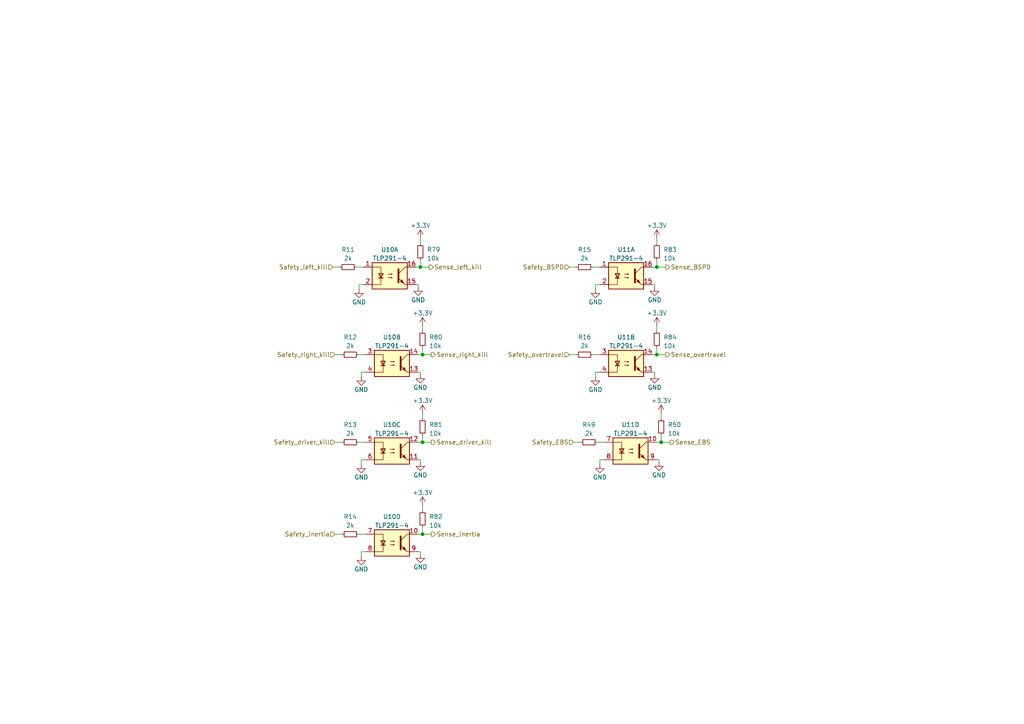
<source format=kicad_sch>
(kicad_sch (version 20230121) (generator eeschema)
  (paper "A4")
  (title_block (title "Safety sense") (date "2023-03-11") (rev "${REVISION}") (company "Author: Szymon Kostrubiec") (comment 1 "Reviewer:"))
  (lib_symbols
    (symbol "Device:R_Small" (pin_numbers hide) (pin_names (offset 0.254) hide)
      (property "Reference" "R" (at 0.762 0.508 0))
      (property "Value" "R_Small" (at 0.762 -1.016 0))
      (symbol "R_Small_0_1"
        (rectangle (start -0.762 1.778) (end 0.762 -1.778) (stroke (width 0.2032)))
      )
      (symbol "R_Small_1_1"
        (pin passive line (at 0 2.54 270) (length 0.762) (name "~") (number "1"))
        (pin passive line (at 0 -2.54 90) (length 0.762) (name "~") (number "2"))
      )
    )
    (symbol "Isolator:TLP291-4"
      (property "Reference" "U" (at -5.08 5.08 0))
      (property "Value" "TLP291-4" (at 0 5.08 0))
      (symbol "TLP291-4_0_1"
        (rectangle (start -5.08 3.81) (end 5.08 -3.81) (stroke (width 0.254)) (fill (type background)))
        (polyline (pts (xy -3.175 -0.635) (xy -1.905 -0.635)) (stroke (width 0.254)))
        (polyline (pts (xy 2.54 0.635) (xy 4.445 2.54)))
        (polyline (pts (xy 4.445 -2.54) (xy 2.54 -0.635)) (fill (type outline)))
        (polyline (pts (xy 4.445 -2.54) (xy 5.08 -2.54)))
        (polyline (pts (xy 4.445 2.54) (xy 5.08 2.54)))
        (polyline (pts (xy -5.08 2.54) (xy -2.54 2.54) (xy -2.54 0.635)))
        (polyline (pts (xy -2.54 0.635) (xy -2.54 -2.54) (xy -5.08 -2.54)))
        (polyline (pts (xy 2.54 1.905) (xy 2.54 -1.905) (xy 2.54 -1.905)) (stroke (width 0.508)))
        (polyline (pts (xy -2.54 -0.635) (xy -3.175 0.635) (xy -1.905 0.635) (xy -2.54 -0.635)) (stroke (width 0.254)))
        (polyline (pts (xy -0.508 -0.508) (xy 0.762 -0.508) (xy 0.381 -0.635) (xy 0.381 -0.381) (xy 0.762 -0.508)))
        (polyline (pts (xy -0.508 0.508) (xy 0.762 0.508) (xy 0.381 0.381) (xy 0.381 0.635) (xy 0.762 0.508)))
        (polyline (pts (xy 3.048 -1.651) (xy 3.556 -1.143) (xy 4.064 -2.159) (xy 3.048 -1.651) (xy 3.048 -1.651)) (fill (type outline)))
      )
      (symbol "TLP291-4_1_1"
        (pin passive line (at -7.62 2.54 0) (length 2.54) (name "~") (number "1"))
        (pin passive line (at 7.62 -2.54 180) (length 2.54) (name "~") (number "15"))
        (pin passive line (at 7.62 2.54 180) (length 2.54) (name "~") (number "16"))
        (pin passive line (at -7.62 -2.54 0) (length 2.54) (name "~") (number "2"))
      )
      (symbol "TLP291-4_2_1"
        (pin passive line (at 7.62 -2.54 180) (length 2.54) (name "~") (number "13"))
        (pin passive line (at 7.62 2.54 180) (length 2.54) (name "~") (number "14"))
        (pin passive line (at -7.62 2.54 0) (length 2.54) (name "~") (number "3"))
        (pin passive line (at -7.62 -2.54 0) (length 2.54) (name "~") (number "4"))
      )
      (symbol "TLP291-4_3_1"
        (pin passive line (at 7.62 -2.54 180) (length 2.54) (name "~") (number "11"))
        (pin passive line (at 7.62 2.54 180) (length 2.54) (name "~") (number "12"))
        (pin passive line (at -7.62 2.54 0) (length 2.54) (name "~") (number "5"))
        (pin passive line (at -7.62 -2.54 0) (length 2.54) (name "~") (number "6"))
      )
      (symbol "TLP291-4_4_1"
        (pin passive line (at 7.62 2.54 180) (length 2.54) (name "~") (number "10"))
        (pin passive line (at -7.62 2.54 0) (length 2.54) (name "~") (number "7"))
        (pin passive line (at -7.62 -2.54 0) (length 2.54) (name "~") (number "8"))
        (pin passive line (at 7.62 -2.54 180) (length 2.54) (name "~") (number "9"))
      )
    )
    (symbol "power:+3.3V" (power) (pin_names (offset 0))
      (property "Value" "+3.3V" (at 0 3.556 0))
      (symbol "+3.3V_0_1"
        (polyline (pts (xy -0.762 1.27) (xy 0 2.54)))
        (polyline (pts (xy 0 0) (xy 0 2.54)))
        (polyline (pts (xy 0 2.54) (xy 0.762 1.27)))
      )
      (symbol "+3.3V_1_1"
        (pin power_in line (at 0 0 90) (length 0) hide (name "+3.3V") (number "1"))
      )
    )
    (symbol "power:GND" (power) (pin_names (offset 0))
      (property "Value" "GND" (at 0 -3.81 0))
      (symbol "GND_0_1"
        (polyline (pts (xy 0 0) (xy 0 -1.27) (xy 1.27 -1.27) (xy 0 -2.54) (xy -1.27 -1.27) (xy 0 -1.27)))
      )
      (symbol "GND_1_1"
        (pin power_in line (at 0 0 270) (length 0) hide (name "GND") (number "1"))
      )
    )
  )
  (junction (at 121.92 77.47))
  (junction (at 122.555 102.87))
  (junction (at 190.5 102.87))
  (junction (at 122.555 154.94))
  (junction (at 191.77 128.27))
  (junction (at 122.555 128.27))
  (junction (at 190.5 77.47))
  (wire (pts (xy 122.555 94.615) (xy 122.555 95.885)))
  (wire (pts (xy 104.775 160.02) (xy 106.045 160.02)))
  (wire (pts (xy 122.555 154.94) (xy 125.095 154.94)))
  (wire (pts (xy 104.775 109.22) (xy 104.775 107.95)))
  (wire (pts (xy 122.555 126.365) (xy 122.555 128.27)))
  (wire (pts (xy 97.155 128.27) (xy 99.06 128.27)))
  (wire (pts (xy 190.5 100.965) (xy 190.5 102.87)))
  (wire (pts (xy 104.775 107.95) (xy 106.045 107.95)))
  (wire (pts (xy 191.77 126.365) (xy 191.77 128.27)))
  (wire (pts (xy 121.92 160.02) (xy 121.285 160.02)))
  (wire (pts (xy 189.865 108.585) (xy 189.865 107.95)))
  (wire (pts (xy 173.355 128.27) (xy 175.26 128.27)))
  (wire (pts (xy 121.285 128.27) (xy 122.555 128.27)))
  (wire (pts (xy 191.77 128.27) (xy 194.31 128.27)))
  (wire (pts (xy 165.1 102.87) (xy 167.005 102.87)))
  (wire (pts (xy 121.285 154.94) (xy 122.555 154.94)))
  (wire (pts (xy 121.92 107.95) (xy 121.285 107.95)))
  (wire (pts (xy 120.65 77.47) (xy 121.92 77.47)))
  (wire (pts (xy 189.865 83.185) (xy 189.865 82.55)))
  (wire (pts (xy 190.5 94.615) (xy 190.5 95.885)))
  (wire (pts (xy 189.23 77.47) (xy 190.5 77.47)))
  (wire (pts (xy 121.285 83.185) (xy 121.285 82.55)))
  (wire (pts (xy 122.555 120.015) (xy 122.555 121.285)))
  (wire (pts (xy 189.865 82.55) (xy 189.23 82.55)))
  (wire (pts (xy 121.92 133.985) (xy 121.92 133.35)))
  (wire (pts (xy 104.14 128.27) (xy 106.045 128.27)))
  (wire (pts (xy 96.52 77.47) (xy 98.425 77.47)))
  (wire (pts (xy 190.5 128.27) (xy 191.77 128.27)))
  (wire (pts (xy 172.72 82.55) (xy 173.99 82.55)))
  (wire (pts (xy 122.555 102.87) (xy 125.095 102.87)))
  (wire (pts (xy 103.505 77.47) (xy 105.41 77.47)))
  (wire (pts (xy 104.775 134.62) (xy 104.775 133.35)))
  (wire (pts (xy 122.555 128.27) (xy 125.095 128.27)))
  (wire (pts (xy 104.14 102.87) (xy 106.045 102.87)))
  (wire (pts (xy 190.5 77.47) (xy 193.04 77.47)))
  (wire (pts (xy 121.285 82.55) (xy 120.65 82.55)))
  (wire (pts (xy 191.135 133.985) (xy 191.135 133.35)))
  (wire (pts (xy 104.775 161.29) (xy 104.775 160.02)))
  (wire (pts (xy 104.14 82.55) (xy 105.41 82.55)))
  (wire (pts (xy 189.865 107.95) (xy 189.23 107.95)))
  (wire (pts (xy 190.5 75.565) (xy 190.5 77.47)))
  (wire (pts (xy 172.72 83.82) (xy 172.72 82.55)))
  (wire (pts (xy 172.72 107.95) (xy 173.99 107.95)))
  (wire (pts (xy 172.085 102.87) (xy 173.99 102.87)))
  (wire (pts (xy 173.99 133.35) (xy 175.26 133.35)))
  (wire (pts (xy 191.77 120.015) (xy 191.77 121.285)))
  (wire (pts (xy 121.92 77.47) (xy 124.46 77.47)))
  (wire (pts (xy 172.72 109.22) (xy 172.72 107.95)))
  (wire (pts (xy 191.135 133.35) (xy 190.5 133.35)))
  (wire (pts (xy 104.14 154.94) (xy 106.045 154.94)))
  (wire (pts (xy 122.555 153.035) (xy 122.555 154.94)))
  (wire (pts (xy 166.37 128.27) (xy 168.275 128.27)))
  (wire (pts (xy 190.5 102.87) (xy 193.04 102.87)))
  (wire (pts (xy 121.92 69.215) (xy 121.92 70.485)))
  (wire (pts (xy 121.92 108.585) (xy 121.92 107.95)))
  (wire (pts (xy 121.92 75.565) (xy 121.92 77.47)))
  (wire (pts (xy 121.285 102.87) (xy 122.555 102.87)))
  (wire (pts (xy 121.92 133.35) (xy 121.285 133.35)))
  (wire (pts (xy 173.99 134.62) (xy 173.99 133.35)))
  (wire (pts (xy 172.085 77.47) (xy 173.99 77.47)))
  (wire (pts (xy 165.1 77.47) (xy 167.005 77.47)))
  (wire (pts (xy 121.92 160.655) (xy 121.92 160.02)))
  (wire (pts (xy 122.555 146.685) (xy 122.555 147.955)))
  (wire (pts (xy 104.14 83.82) (xy 104.14 82.55)))
  (wire (pts (xy 97.155 154.94) (xy 99.06 154.94)))
  (wire (pts (xy 122.555 100.965) (xy 122.555 102.87)))
  (wire (pts (xy 190.5 69.215) (xy 190.5 70.485)))
  (wire (pts (xy 104.775 133.35) (xy 106.045 133.35)))
  (wire (pts (xy 189.23 102.87) (xy 190.5 102.87)))
  (wire (pts (xy 97.155 102.87) (xy 99.06 102.87)))
  (hierarchical_label "Safety_right_kill" (shape input) (at 97.155 102.87 180))
  (hierarchical_label "Safety_overtravel" (shape input) (at 165.1 102.87 180))
  (hierarchical_label "Sense_inertia" (shape output) (at 125.095 154.94 0))
  (hierarchical_label "Safety_driver_kill" (shape input) (at 97.155 128.27 180))
  (hierarchical_label "Safety_BSPD" (shape input) (at 165.1 77.47 180))
  (hierarchical_label "Safety_inertia" (shape input) (at 97.155 154.94 180))
  (hierarchical_label "Sense_overtravel" (shape output) (at 193.04 102.87 0))
  (hierarchical_label "Sense_right_kill" (shape output) (at 125.095 102.87 0))
  (hierarchical_label "Sense_driver_kill" (shape output) (at 125.095 128.27 0))
  (hierarchical_label "Sense_left_kill" (shape output) (at 124.46 77.47 0))
  (hierarchical_label "Sense_BSPD" (shape output) (at 193.04 77.47 0))
  (hierarchical_label "Safety_left_kill" (shape input) (at 96.52 77.47 180))
  (hierarchical_label "Sense_EBS" (shape output) (at 194.31 128.27 0))
  (hierarchical_label "Safety_EBS" (shape input) (at 166.37 128.27 180))
  (symbol (lib_id "Device:R_Small") (at 121.92 73.025 0) (unit 1)
    (property "Reference" "R79" (at 123.825 72.39 0) (effects (justify left)))
    (property "Value" "10k" (at 123.825 74.93 0) (effects (justify left)))
    (property "Footprint" "Resistor_SMD:R_0402_1005Metric" (effects hide))
  )
  (symbol (lib_id "power:GND") (at 104.775 109.22 0) (unit 1)
    (property "Reference" "#PWR073" (effects hide))
    (property "Value" "GND" (at 104.775 113.03 0))
  )
  (symbol (lib_id "power:GND") (at 172.72 83.82 0) (unit 1)
    (property "Reference" "#PWR080" (effects hide))
    (property "Value" "GND" (at 172.72 87.63 0))
  )
  (symbol (lib_id "Isolator:TLP291-4") (at 181.61 105.41 0) (unit 2)
    (property "Reference" "U11" (at 181.61 97.79 0))
    (property "Value" "TLP291-4" (at 181.61 100.33 0))
    (property "Footprint" "Package_SO:SOIC-16_4.55x10.3mm_P1.27mm" (effects hide))
    (property "Datasheet" "https://toshiba.semicon-storage.com/info/docget.jsp?did=12858&prodName=TLP291-4" (effects hide))
  )
  (symbol (lib_id "power:GND") (at 121.285 83.185 0) (unit 1)
    (property "Reference" "#PWR0138" (effects hide))
    (property "Value" "GND" (at 121.285 86.995 0))
  )
  (symbol (lib_id "power:GND") (at 191.135 133.985 0) (unit 1)
    (property "Reference" "#PWR067" (effects hide))
    (property "Value" "GND" (at 191.135 137.795 0))
  )
  (symbol (lib_id "power:GND") (at 189.865 83.185 0) (unit 1)
    (property "Reference" "#PWR082" (effects hide))
    (property "Value" "GND" (at 189.865 86.995 0))
  )
  (symbol (lib_id "power:+3.3V") (at 190.5 69.215 0) (unit 1)
    (property "Reference" "#PWR0142" (effects hide))
    (property "Value" "+3.3V" (at 190.5 65.405 0))
  )
  (symbol (lib_id "power:GND") (at 173.99 134.62 0) (unit 1)
    (property "Reference" "#PWR066" (effects hide))
    (property "Value" "GND" (at 173.99 138.43 0))
  )
  (symbol (lib_id "Device:R_Small") (at 169.545 102.87 90) (unit 1)
    (property "Reference" "R16" (at 169.545 97.79 90))
    (property "Value" "2k" (at 169.545 100.33 90))
    (property "Footprint" "Resistor_SMD:R_0402_1005Metric" (effects hide))
  )
  (symbol (lib_id "Device:R_Small") (at 101.6 102.87 90) (unit 1)
    (property "Reference" "R12" (at 101.6 97.79 90))
    (property "Value" "2k" (at 101.6 100.33 90))
    (property "Footprint" "Resistor_SMD:R_0402_1005Metric" (effects hide))
  )
  (symbol (lib_id "Isolator:TLP291-4") (at 113.665 105.41 0) (unit 2)
    (property "Reference" "U10" (at 113.665 97.79 0))
    (property "Value" "TLP291-4" (at 113.665 100.33 0))
    (property "Footprint" "Package_SO:SOIC-16_4.55x10.3mm_P1.27mm" (effects hide))
    (property "Datasheet" "https://www.mouser.pl/datasheet/2/408/TLP293_4_datasheet_en_20190520-1916320.pdf" (effects hide))
  )
  (symbol (lib_id "Device:R_Small") (at 170.815 128.27 90) (unit 1)
    (property "Reference" "R49" (at 170.815 123.19 90))
    (property "Value" "2k" (at 170.815 125.73 90))
    (property "Footprint" "Resistor_SMD:R_0402_1005Metric" (effects hide))
  )
  (symbol (lib_id "Isolator:TLP291-4") (at 113.03 80.01 0) (unit 1)
    (property "Reference" "U10" (at 113.03 72.39 0))
    (property "Value" "TLP291-4" (at 113.03 74.93 0))
    (property "Footprint" "Package_SO:SOIC-16_4.55x10.3mm_P1.27mm" (effects hide))
    (property "Datasheet" "https://www.mouser.pl/datasheet/2/408/TLP293_4_datasheet_en_20190520-1916320.pdf" (effects hide))
  )
  (symbol (lib_id "Device:R_Small") (at 122.555 98.425 0) (unit 1)
    (property "Reference" "R80" (at 124.46 97.79 0) (effects (justify left)))
    (property "Value" "10k" (at 124.46 100.33 0) (effects (justify left)))
    (property "Footprint" "Resistor_SMD:R_0402_1005Metric" (effects hide))
  )
  (symbol (lib_id "Isolator:TLP291-4") (at 113.665 157.48 0) (unit 4)
    (property "Reference" "U10" (at 113.665 149.86 0))
    (property "Value" "TLP291-4" (at 113.665 152.4 0))
    (property "Footprint" "Package_SO:SOIC-16_4.55x10.3mm_P1.27mm" (effects hide))
    (property "Datasheet" "https://www.mouser.pl/datasheet/2/408/TLP293_4_datasheet_en_20190520-1916320.pdf" (effects hide))
  )
  (symbol (lib_id "power:GND") (at 172.72 109.22 0) (unit 1)
    (property "Reference" "#PWR081" (effects hide))
    (property "Value" "GND" (at 172.72 113.03 0))
  )
  (symbol (lib_id "power:GND") (at 104.14 83.82 0) (unit 1)
    (property "Reference" "#PWR072" (effects hide))
    (property "Value" "GND" (at 104.14 87.63 0))
  )
  (symbol (lib_id "Device:R_Small") (at 190.5 73.025 0) (unit 1)
    (property "Reference" "R83" (at 192.405 72.39 0) (effects (justify left)))
    (property "Value" "10k" (at 192.405 74.93 0) (effects (justify left)))
    (property "Footprint" "Resistor_SMD:R_0402_1005Metric" (effects hide))
  )
  (symbol (lib_id "Device:R_Small") (at 122.555 123.825 0) (unit 1)
    (property "Reference" "R81" (at 124.46 123.19 0) (effects (justify left)))
    (property "Value" "10k" (at 124.46 125.73 0) (effects (justify left)))
    (property "Footprint" "Resistor_SMD:R_0402_1005Metric" (effects hide))
  )
  (symbol (lib_id "Device:R_Small") (at 191.77 123.825 0) (unit 1)
    (property "Reference" "R50" (at 193.675 123.19 0) (effects (justify left)))
    (property "Value" "10k" (at 193.675 125.73 0) (effects (justify left)))
    (property "Footprint" "Resistor_SMD:R_0402_1005Metric" (effects hide))
  )
  (symbol (lib_id "power:GND") (at 121.92 108.585 0) (unit 1)
    (property "Reference" "#PWR0139" (effects hide))
    (property "Value" "GND" (at 121.92 112.395 0))
  )
  (symbol (lib_id "Device:R_Small") (at 122.555 150.495 0) (unit 1)
    (property "Reference" "R82" (at 124.46 149.86 0) (effects (justify left)))
    (property "Value" "10k" (at 124.46 152.4 0) (effects (justify left)))
    (property "Footprint" "Resistor_SMD:R_0402_1005Metric" (effects hide))
  )
  (symbol (lib_id "Isolator:TLP291-4") (at 182.88 130.81 0) (unit 4)
    (property "Reference" "U11" (at 182.88 123.19 0))
    (property "Value" "TLP291-4" (at 182.88 125.73 0))
    (property "Footprint" "Package_SO:SOIC-16_4.55x10.3mm_P1.27mm" (effects hide))
    (property "Datasheet" "https://toshiba.semicon-storage.com/info/docget.jsp?did=12858&prodName=TLP291-4" (effects hide))
  )
  (symbol (lib_id "power:+3.3V") (at 121.92 69.215 0) (unit 1)
    (property "Reference" "#PWR076" (effects hide))
    (property "Value" "+3.3V" (at 121.92 65.405 0))
  )
  (symbol (lib_id "power:+3.3V") (at 122.555 120.015 0) (unit 1)
    (property "Reference" "#PWR0141" (effects hide))
    (property "Value" "+3.3V" (at 122.555 116.205 0))
  )
  (symbol (lib_id "Device:R_Small") (at 101.6 128.27 90) (unit 1)
    (property "Reference" "R13" (at 101.6 123.19 90))
    (property "Value" "2k" (at 101.6 125.73 90))
    (property "Footprint" "Resistor_SMD:R_0402_1005Metric" (effects hide))
  )
  (symbol (lib_id "power:GND") (at 189.865 108.585 0) (unit 1)
    (property "Reference" "#PWR083" (effects hide))
    (property "Value" "GND" (at 189.865 112.395 0))
  )
  (symbol (lib_id "power:+3.3V") (at 191.77 120.015 0) (unit 1)
    (property "Reference" "#PWR065" (effects hide))
    (property "Value" "+3.3V" (at 191.77 116.205 0))
  )
  (symbol (lib_id "power:GND") (at 104.775 161.29 0) (unit 1)
    (property "Reference" "#PWR075" (effects hide))
    (property "Value" "GND" (at 104.775 165.1 0))
  )
  (symbol (lib_id "Isolator:TLP291-4") (at 113.665 130.81 0) (unit 3)
    (property "Reference" "U10" (at 113.665 123.19 0))
    (property "Value" "TLP291-4" (at 113.665 125.73 0))
    (property "Footprint" "Package_SO:SOIC-16_4.55x10.3mm_P1.27mm" (effects hide))
    (property "Datasheet" "https://www.mouser.pl/datasheet/2/408/TLP293_4_datasheet_en_20190520-1916320.pdf" (effects hide))
  )
  (symbol (lib_id "power:+3.3V") (at 122.555 146.685 0) (unit 1)
    (property "Reference" "#PWR079" (effects hide))
    (property "Value" "+3.3V" (at 122.555 142.875 0))
  )
  (symbol (lib_id "power:GND") (at 104.775 134.62 0) (unit 1)
    (property "Reference" "#PWR074" (effects hide))
    (property "Value" "GND" (at 104.775 138.43 0))
  )
  (symbol (lib_id "Device:R_Small") (at 101.6 154.94 90) (unit 1)
    (property "Reference" "R14" (at 101.6 149.86 90))
    (property "Value" "2k" (at 101.6 152.4 90))
    (property "Footprint" "Resistor_SMD:R_0402_1005Metric" (effects hide))
  )
  (symbol (lib_id "power:GND") (at 121.92 133.985 0) (unit 1)
    (property "Reference" "#PWR077" (effects hide))
    (property "Value" "GND" (at 121.92 137.795 0))
  )
  (symbol (lib_id "Device:R_Small") (at 100.965 77.47 90) (unit 1)
    (property "Reference" "R11" (at 100.965 72.39 90))
    (property "Value" "2k" (at 100.965 74.93 90))
    (property "Footprint" "Resistor_SMD:R_0402_1005Metric" (effects hide))
  )
  (symbol (lib_id "power:GND") (at 121.92 160.655 0) (unit 1)
    (property "Reference" "#PWR078" (effects hide))
    (property "Value" "GND" (at 121.92 164.465 0))
  )
  (symbol (lib_id "Isolator:TLP291-4") (at 181.61 80.01 0) (unit 1)
    (property "Reference" "U11" (at 181.61 72.39 0))
    (property "Value" "TLP291-4" (at 181.61 74.93 0))
    (property "Footprint" "Package_SO:SOIC-16_4.55x10.3mm_P1.27mm" (effects hide))
    (property "Datasheet" "https://toshiba.semicon-storage.com/info/docget.jsp?did=12858&prodName=TLP291-4" (effects hide))
  )
  (symbol (lib_id "power:+3.3V") (at 122.555 94.615 0) (unit 1)
    (property "Reference" "#PWR0140" (effects hide))
    (property "Value" "+3.3V" (at 122.555 90.805 0))
  )
  (symbol (lib_id "Device:R_Small") (at 169.545 77.47 90) (unit 1)
    (property "Reference" "R15" (at 169.545 72.39 90))
    (property "Value" "2k" (at 169.545 74.93 90))
    (property "Footprint" "Resistor_SMD:R_0402_1005Metric" (effects hide))
  )
  (symbol (lib_id "power:+3.3V") (at 190.5 94.615 0) (unit 1)
    (property "Reference" "#PWR0143" (effects hide))
    (property "Value" "+3.3V" (at 190.5 90.805 0))
  )
  (symbol (lib_id "Device:R_Small") (at 190.5 98.425 0) (unit 1)
    (property "Reference" "R84" (at 192.405 97.79 0) (effects (justify left)))
    (property "Value" "10k" (at 192.405 100.33 0) (effects (justify left)))
    (property "Footprint" "Resistor_SMD:R_0402_1005Metric" (effects hide))
  )
)
</source>
